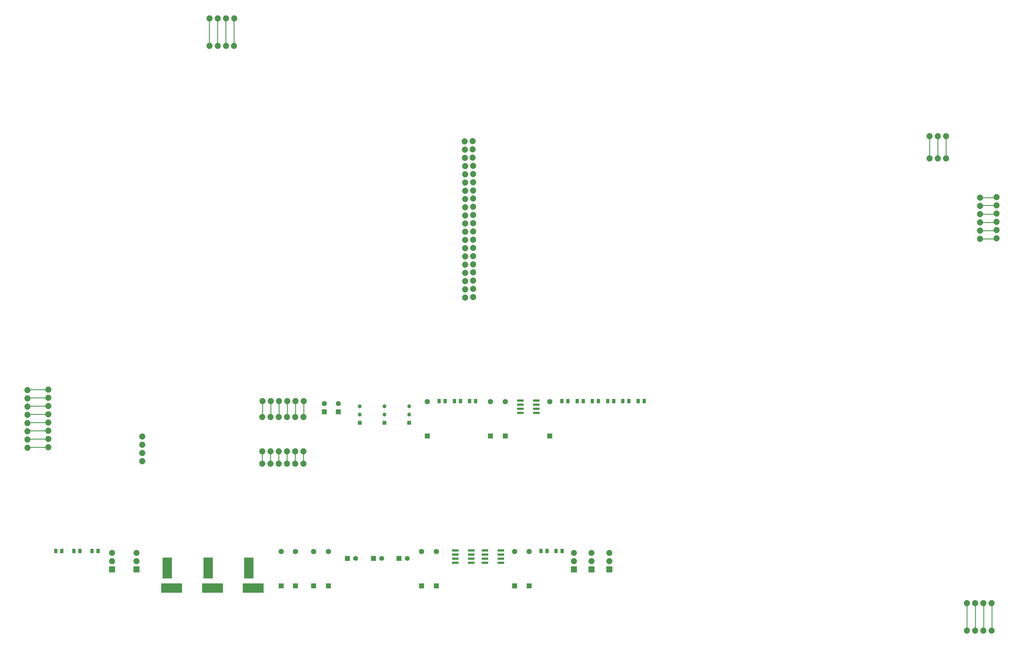
<source format=gtl>
G04*
G04 #@! TF.GenerationSoftware,Altium Limited,Altium Designer,21.2.2 (38)*
G04*
G04 Layer_Physical_Order=1*
G04 Layer_Color=255*
%FSLAX43Y43*%
%MOMM*%
G71*
G04*
G04 #@! TF.SameCoordinates,F6177738-A101-420F-8975-3F4184574452*
G04*
G04*
G04 #@! TF.FilePolarity,Positive*
G04*
G01*
G75*
%ADD15C,0.254*%
G04:AMPARAMS|DCode=16|XSize=1mm|YSize=1.42mm|CornerRadius=0.125mm|HoleSize=0mm|Usage=FLASHONLY|Rotation=0.000|XOffset=0mm|YOffset=0mm|HoleType=Round|Shape=RoundedRectangle|*
%AMROUNDEDRECTD16*
21,1,1.000,1.170,0,0,0.0*
21,1,0.750,1.420,0,0,0.0*
1,1,0.250,0.375,-0.585*
1,1,0.250,-0.375,-0.585*
1,1,0.250,-0.375,0.585*
1,1,0.250,0.375,0.585*
%
%ADD16ROUNDEDRECTD16*%
G04:AMPARAMS|DCode=17|XSize=1.97mm|YSize=0.6mm|CornerRadius=0.075mm|HoleSize=0mm|Usage=FLASHONLY|Rotation=0.000|XOffset=0mm|YOffset=0mm|HoleType=Round|Shape=RoundedRectangle|*
%AMROUNDEDRECTD17*
21,1,1.970,0.450,0,0,0.0*
21,1,1.820,0.600,0,0,0.0*
1,1,0.150,0.910,-0.225*
1,1,0.150,-0.910,-0.225*
1,1,0.150,-0.910,0.225*
1,1,0.150,0.910,0.225*
%
%ADD17ROUNDEDRECTD17*%
%ADD30C,1.200*%
%ADD31R,1.200X1.200*%
%ADD32C,1.570*%
%ADD33R,1.570X1.570*%
%ADD34R,1.850X1.850*%
%ADD35C,1.880*%
%ADD36C,1.850*%
%ADD37R,1.650X1.650*%
%ADD38C,1.650*%
%ADD39C,1.508*%
%ADD40R,1.508X1.508*%
%ADD41R,3.000X6.500*%
%ADD42R,6.500X3.000*%
%ADD43C,1.880*%
G36*
X163775Y149034D02*
Y149037D01*
X163781D01*
Y149034D01*
X163778D01*
X163775D01*
D02*
G37*
G36*
X163788D02*
Y149031D01*
X163785D01*
Y149034D01*
X163788D01*
D02*
G37*
D15*
X309118Y8862D02*
Y17272D01*
X311683Y8938D02*
Y17348D01*
X314223Y8760D02*
Y17170D01*
X316763Y8760D02*
Y17170D01*
X80585Y189119D02*
Y197529D01*
X83150Y189195D02*
Y197605D01*
X75505Y189297D02*
Y197707D01*
X78045Y189297D02*
Y197707D01*
X302641Y154432D02*
Y161290D01*
X300101Y154432D02*
Y161290D01*
X297561Y154432D02*
Y161290D01*
X313182Y129667D02*
X318135D01*
X313182Y132207D02*
X318135D01*
X313182Y134747D02*
X318135D01*
X313182Y137287D02*
X318135D01*
X313334Y139954D02*
X318287D01*
X313182Y142367D02*
X318135D01*
X104623Y74752D02*
Y79578D01*
X102083Y74752D02*
Y79578D01*
X99543Y74752D02*
Y79578D01*
X97003Y74752D02*
Y79578D01*
X94463Y74752D02*
Y79578D01*
X91923Y74752D02*
Y79578D01*
X91821Y64110D02*
X91858Y64072D01*
Y60264D02*
Y64072D01*
X94361Y60301D02*
Y64110D01*
X96901Y60301D02*
Y64110D01*
X99441Y60301D02*
Y64110D01*
X101981Y60301D02*
Y64110D01*
X104521Y60301D02*
Y64110D01*
X25644Y83236D02*
X25694D01*
X19660Y83185D02*
X25908D01*
X19660Y80645D02*
X25908D01*
X19660Y78105D02*
X25908D01*
X19660Y75565D02*
X25908D01*
X19660Y73025D02*
X25908D01*
X19660Y70485D02*
X25908D01*
X19660Y67945D02*
X25908D01*
X19660Y65405D02*
X25908D01*
D16*
X184323Y33401D02*
D03*
X182453D02*
D03*
X179624D02*
D03*
X177754D02*
D03*
X41194D02*
D03*
X39324D02*
D03*
X35606D02*
D03*
X33736D02*
D03*
X30018D02*
D03*
X28148D02*
D03*
X209596Y79629D02*
D03*
X207726D02*
D03*
X157653D02*
D03*
X155783D02*
D03*
X195499D02*
D03*
X193629D02*
D03*
X204897D02*
D03*
X203027D02*
D03*
X190800D02*
D03*
X188930D02*
D03*
X152954D02*
D03*
X151084D02*
D03*
X200198D02*
D03*
X198328D02*
D03*
X148255D02*
D03*
X146385D02*
D03*
X186101D02*
D03*
X184231D02*
D03*
D17*
X165411Y33528D02*
D03*
Y32258D02*
D03*
Y30988D02*
D03*
Y29718D02*
D03*
X160471D02*
D03*
Y30988D02*
D03*
Y32258D02*
D03*
Y33528D02*
D03*
X156267D02*
D03*
Y32258D02*
D03*
Y30988D02*
D03*
Y29718D02*
D03*
X151327D02*
D03*
Y30988D02*
D03*
Y32258D02*
D03*
Y33528D02*
D03*
X176333Y79756D02*
D03*
Y78486D02*
D03*
Y77216D02*
D03*
Y75946D02*
D03*
X171393D02*
D03*
Y77216D02*
D03*
Y78486D02*
D03*
Y79756D02*
D03*
D30*
X129545Y77978D02*
D03*
Y75438D02*
D03*
X121925Y77978D02*
D03*
Y75438D02*
D03*
X137165Y77978D02*
D03*
Y75438D02*
D03*
D31*
X129545Y72898D02*
D03*
X121925D02*
D03*
X137165D02*
D03*
D32*
X115316Y78867D02*
D03*
X110998D02*
D03*
D33*
X115316Y76327D02*
D03*
X110998D02*
D03*
D34*
X198831Y27686D02*
D03*
X193370D02*
D03*
X187909D02*
D03*
X53035D02*
D03*
X45542D02*
D03*
D35*
X198831Y30226D02*
D03*
X193370D02*
D03*
X187909D02*
D03*
X53035D02*
D03*
X45542D02*
D03*
D36*
X198831Y32766D02*
D03*
X193370D02*
D03*
X187909D02*
D03*
X53035D02*
D03*
X45542D02*
D03*
D37*
X174117Y22640D02*
D03*
X169672D02*
D03*
X145542D02*
D03*
X140970D02*
D03*
X112268D02*
D03*
X107696D02*
D03*
X102108D02*
D03*
X97663D02*
D03*
X142748Y68868D02*
D03*
X162179D02*
D03*
X166751D02*
D03*
X180467D02*
D03*
D38*
X174117Y33240D02*
D03*
X169672D02*
D03*
X145542D02*
D03*
X140970D02*
D03*
X112268D02*
D03*
X107696D02*
D03*
X102108D02*
D03*
X97663D02*
D03*
X142748Y79468D02*
D03*
X162179D02*
D03*
X166751D02*
D03*
X180467D02*
D03*
D39*
X136525Y31115D02*
D03*
X128651D02*
D03*
X120650D02*
D03*
D40*
X133985D02*
D03*
X126111D02*
D03*
X118110D02*
D03*
D41*
X87706Y28092D02*
D03*
X75133D02*
D03*
X62560D02*
D03*
D42*
X89052Y21971D02*
D03*
X76479D02*
D03*
X63906D02*
D03*
D43*
X156820Y121806D02*
D03*
Y119276D02*
D03*
Y116745D02*
D03*
Y114214D02*
D03*
Y111684D02*
D03*
Y129398D02*
D03*
Y126868D02*
D03*
Y124337D02*
D03*
Y144582D02*
D03*
Y142052D02*
D03*
Y139521D02*
D03*
Y136990D02*
D03*
Y134460D02*
D03*
Y131929D02*
D03*
Y152174D02*
D03*
Y149643D02*
D03*
Y147113D02*
D03*
X156718Y157235D02*
D03*
Y154705D02*
D03*
X154356Y121670D02*
D03*
Y119135D02*
D03*
Y116601D02*
D03*
Y114066D02*
D03*
Y111531D02*
D03*
X156718Y159766D02*
D03*
X154356Y129273D02*
D03*
Y126739D02*
D03*
Y124204D02*
D03*
Y144481D02*
D03*
Y141946D02*
D03*
Y139412D02*
D03*
Y136877D02*
D03*
Y134343D02*
D03*
Y131808D02*
D03*
Y152085D02*
D03*
Y149550D02*
D03*
Y147015D02*
D03*
X154280Y157154D02*
D03*
Y154619D02*
D03*
X154237Y159688D02*
D03*
X311642Y8855D02*
D03*
X309111D02*
D03*
X314173D02*
D03*
X314179Y17272D02*
D03*
X309118D02*
D03*
X311649D02*
D03*
X316703Y8855D02*
D03*
X316710Y17272D02*
D03*
X80620Y189195D02*
D03*
X75558D02*
D03*
X78089D02*
D03*
X83150D02*
D03*
X75565Y197612D02*
D03*
X78096D02*
D03*
X80626D02*
D03*
X83157D02*
D03*
X297561Y161290D02*
D03*
X300101D02*
D03*
X302641D02*
D03*
X297561Y154432D02*
D03*
X300101D02*
D03*
X302641D02*
D03*
X318262Y142494D02*
D03*
Y139954D02*
D03*
Y137414D02*
D03*
Y134874D02*
D03*
Y132334D02*
D03*
Y129794D02*
D03*
X313182Y142367D02*
D03*
Y139827D02*
D03*
Y137287D02*
D03*
Y134747D02*
D03*
Y132207D02*
D03*
Y129667D02*
D03*
X104521Y64110D02*
D03*
X101981D02*
D03*
X99441D02*
D03*
X96901D02*
D03*
X94361D02*
D03*
X91821D02*
D03*
X104546Y74676D02*
D03*
X102006D02*
D03*
X99466D02*
D03*
X96926D02*
D03*
X94386D02*
D03*
X91846D02*
D03*
X104623Y79578D02*
D03*
X102083D02*
D03*
X99543D02*
D03*
X97003D02*
D03*
X94463D02*
D03*
X91923D02*
D03*
X104558Y60264D02*
D03*
X102018D02*
D03*
X99478D02*
D03*
X96938D02*
D03*
X94398D02*
D03*
X91858D02*
D03*
X25908Y78105D02*
D03*
Y75565D02*
D03*
Y73025D02*
D03*
Y70485D02*
D03*
Y67945D02*
D03*
Y65405D02*
D03*
Y83185D02*
D03*
Y80645D02*
D03*
X19431Y77876D02*
D03*
Y75336D02*
D03*
Y72796D02*
D03*
Y70256D02*
D03*
Y67716D02*
D03*
Y65176D02*
D03*
Y82956D02*
D03*
Y80416D02*
D03*
X54864Y68707D02*
D03*
Y66167D02*
D03*
Y63627D02*
D03*
Y61087D02*
D03*
M02*

</source>
